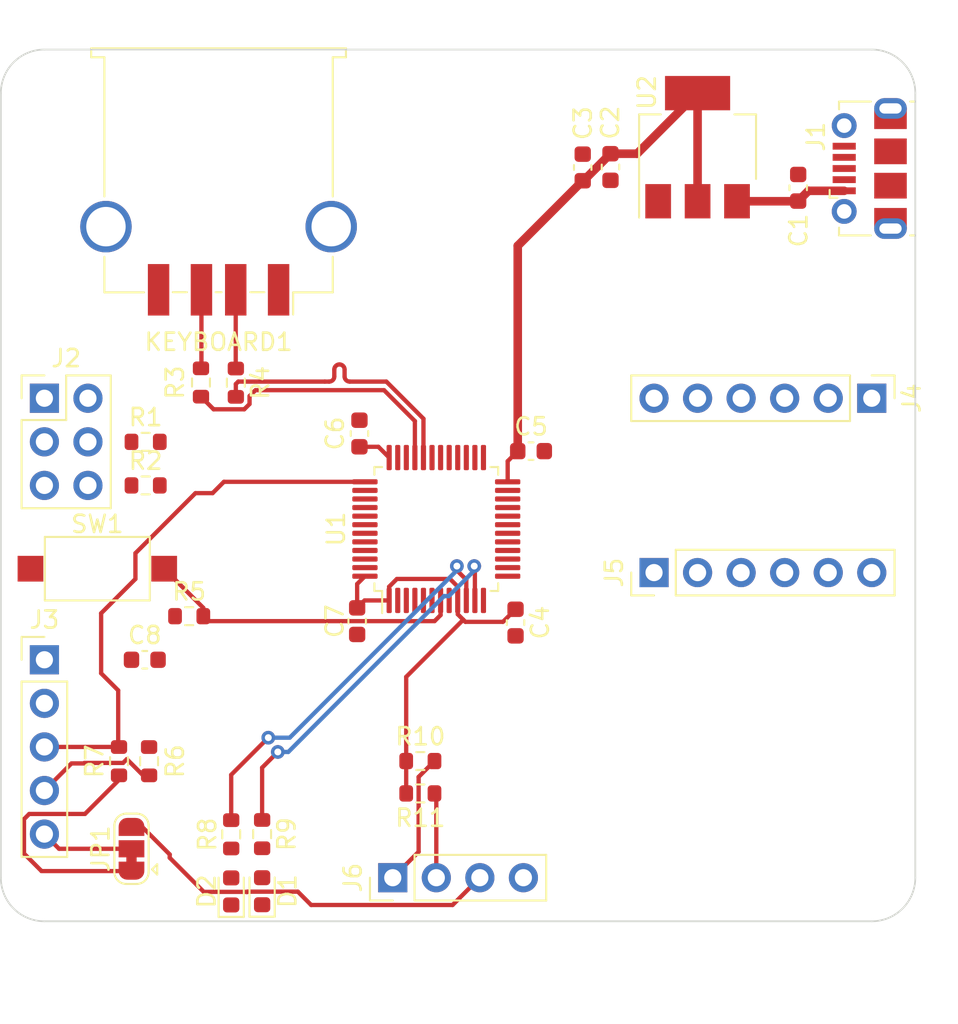
<source format=kicad_pcb>
(kicad_pcb (version 20221018) (generator pcbnew)
  (layers (0 "F.Cu" signal) (31 "B.Cu" signal) (34 "B.Paste" user) (35 "F.Paste" user) (36 "B.SilkS" user "B.Silkscreen") (37 "F.SilkS" user "F.Silkscreen") (38 "B.Mask" user) (39 "F.Mask" user) (44 "Edge.Cuts" user))
  (net 0 "")
  (net 1 "+5V")
  (net 2 "GND")
  (net 3 "+3.3V")
  (net 4 "RESET")
  (net 5 "Net-(D1-A)")
  (net 6 "Net-(D2-A)")
  (net 10 "Net-(J2-Pin_2)")
  (net 11 "Net-(J2-Pin_5)")
  (net 12 "SWCLK")
  (net 13 "SWDIO")
  (net 14 "Net-(J3-Pin_5)")
  (net 15 "MOSI")
  (net 16 "SCLK")
  (net 17 "SCN")
  (net 18 "INT")
  (net 19 "MISO")
  (net 20 "ETH_RST")
  (net 22 "SDA")
  (net 23 "SCL")
  (net 24 "Net-(KEYBOARD1-D-)")
  (net 25 "Net-(KEYBOARD1-D+)")
  (net 27 "BOOT0")
  (net 28 "BOOT1")
  (net 29 "PA12")
  (net 30 "PA11")
  (net 31 "LED1")
  (net 32 "LED2")
  (footprint "Jumper:SolderJumper-3_P1.3mm_Bridged12_RoundedPad1.0x1.5mm" (layer "F.Cu") (at 33.02 71.975074 90)
    (fp_text reference "JP1" (at 0 -1.8 90) (layer "F.SilkS"))
    (fp_text value "SolderJumper_3_Bridged12")
    (fp_poly (pts (xy -0.9 -0.3) (xy -0.4 -0.3) (xy -0.4 0.3) (xy -0.9 0.3)) (fill solid) (layer "F.Cu"))
    (fp_line (start -2.05 0.3) (end -2.05 -0.3) (stroke (width 0.12)) (layer "F.SilkS"))
    (fp_line (start -1.5 1.5) (end -0.9 1.5) (stroke (width 0.12)) (layer "F.SilkS"))
    (fp_line (start -1.4 -1) (end 1.4 -1) (stroke (width 0.12)) (layer "F.SilkS"))
    (fp_line (start -1.2 1.2) (end -1.5 1.5) (stroke (width 0.12)) (layer "F.SilkS"))
    (fp_line (start -1.2 1.2) (end -0.9 1.5) (stroke (width 0.12)) (layer "F.SilkS"))
    (fp_line (start 1.4 1) (end -1.4 1) (stroke (width 0.12)) (layer "F.SilkS"))
    (fp_line (start 2.05 -0.3) (end 2.05 0.3) (stroke (width 0.12)) (layer "F.SilkS"))
    (fp_arc (start -2.05 -0.3) (mid -1.844975 -0.794975) (end -1.35 -1) (stroke (width 0.12)) (layer "F.SilkS"))
    (fp_arc (start -1.35 1) (mid -1.844975 0.794975) (end -2.05 0.3) (stroke (width 0.12)) (layer "F.SilkS"))
    (fp_arc (start 1.35 -1) (mid 1.844975 -0.794975) (end 2.05 -0.3) (stroke (width 0.12)) (layer "F.SilkS"))
    (fp_arc (start 2.05 0.3) (mid 1.844975 0.794975) (end 1.35 1) (stroke (width 0.12)) (layer "F.SilkS"))
    (pad "1" smd custom (at -1.3 0 90) (size 1 0.5) (layers "F.Cu" "F.Mask") (net 3 "+3.3V") (options (clearance outline) (anchor rect)) (primitives (gr_circle (center 0 0.25) (end 0.5 0.25) (width 0) (fill yes)) (gr_circle (center 0 -0.25) (end 0.5 -0.25) (width 0) (fill yes)) (gr_poly (pts (xy 0.55 0.75) (xy 0 0.75) (xy 0 -0.75) (xy 0.55 -0.75)) (width 0) (fill yes))))
    (pad "2" smd rect (at 0 0 90) (size 1 1.5) (layers "F.Cu" "F.Mask") (net 14 "Net-(J3-Pin_5)"))
    (pad "3" smd custom (at 1.3 0 90) (size 1 0.5) (layers "F.Cu" "F.Mask") (net 1 "+5V") (options (clearance outline) (anchor rect)) (primitives (gr_circle (center 0 0.25) (end 0.5 0.25) (width 0) (fill yes)) (gr_circle (center 0 -0.25) (end 0.5 -0.25) (width 0) (fill yes)) (gr_poly (pts (xy 0 0.75) (xy -0.55 0.75) (xy -0.55 -0.75) (xy 0 -0.75)) (width 0) (fill yes))))
  )
  (footprint "Capacitor_SMD:C_0603_1608Metric" (layer "F.Cu") (at 46.317334 47.773979 90)
    (fp_text reference "C6" (at 0 -1.43 90) (layer "F.SilkS"))
    (fp_text value "100n")
    (fp_line (start -0.14058 -0.51) (end 0.14058 -0.51) (stroke (width 0.12)) (layer "F.SilkS"))
    (fp_line (start -0.14058 0.51) (end 0.14058 0.51) (stroke (width 0.12)) (layer "F.SilkS"))
    (pad "1" smd roundrect (at -0.775 0 90) (size 0.9 0.95) (layers "F.Cu" "F.Paste" "F.Mask") (net 3 "+3.3V"))
    (pad "2" smd roundrect (at 0.775 0 90) (size 0.9 0.95) (layers "F.Cu" "F.Paste" "F.Mask") (net 2 "GND"))
  )
  (footprint "Resistor_SMD:R_0603_1608Metric" (layer "F.Cu") (at 33.845 48.26)
    (fp_text reference "R1" (at 0 -1.43) (layer "F.SilkS"))
    (fp_text value "100k")
    (fp_line (start -0.237258 -0.5225) (end 0.237258 -0.5225) (stroke (width 0.12)) (layer "F.SilkS"))
    (fp_line (start -0.237258 0.5225) (end 0.237258 0.5225) (stroke (width 0.12)) (layer "F.SilkS"))
    (pad "1" smd roundrect (at -0.825 0) (size 0.8 0.95) (layers "F.Cu" "F.Paste" "F.Mask") (net 27 "BOOT0"))
    (pad "2" smd roundrect (at 0.825 0) (size 0.8 0.95) (layers "F.Cu" "F.Paste" "F.Mask") (net 10 "Net-(J2-Pin_2)"))
  )
  (footprint "Package_TO_SOT_SMD:SOT-223-3_TabPin2" (layer "F.Cu") (at 66.04 31.09 90)
    (fp_text reference "U2" (at 3.192831 -2.95683 270) (layer "F.SilkS"))
    (fp_text value "LM317_SOT-223-3.3V")
    (fp_line (start -4.1 -3.41) (end 1.91 -3.41) (stroke (width 0.12)) (layer "F.SilkS"))
    (fp_line (start -1.85 3.41) (end 1.91 3.41) (stroke (width 0.12)) (layer "F.SilkS"))
    (fp_line (start 1.91 -3.41) (end 1.91 -2.15) (stroke (width 0.12)) (layer "F.SilkS"))
    (fp_line (start 1.91 3.41) (end 1.91 2.15) (stroke (width 0.12)) (layer "F.SilkS"))
    (pad "1" smd rect (at -3.15 -2.3 90) (size 2 1.5) (layers "F.Cu" "F.Paste" "F.Mask") (net 2 "GND"))
    (pad "2" smd rect (at -3.15 0 90) (size 2 1.5) (layers "F.Cu" "F.Paste" "F.Mask") (net 3 "+3.3V"))
    (pad "2" smd rect (at 3.15 0 90) (size 2 3.8) (layers "F.Cu" "F.Paste" "F.Mask") (net 3 "+3.3V"))
    (pad "3" smd rect (at -3.15 2.3 90) (size 2 1.5) (layers "F.Cu" "F.Paste" "F.Mask") (net 1 "+5V"))
  )
  (footprint "Capacitor_SMD:C_0603_1608Metric" (layer "F.Cu") (at 71.908127 33.454415 90)
    (fp_text reference "C1" (at -2.489953 0.020741 90) (layer "F.SilkS"))
    (fp_text value "C_Small")
    (fp_line (start -0.14058 -0.51) (end 0.14058 -0.51) (stroke (width 0.12)) (layer "F.SilkS"))
    (fp_line (start -0.14058 0.51) (end 0.14058 0.51) (stroke (width 0.12)) (layer "F.SilkS"))
    (pad "1" smd roundrect (at -0.775 0 90) (size 0.9 0.95) (layers "F.Cu" "F.Paste" "F.Mask") (net 1 "+5V"))
    (pad "2" smd roundrect (at 0.775 0 90) (size 0.9 0.95) (layers "F.Cu" "F.Paste" "F.Mask") (net 2 "GND"))
  )
  (footprint "Connector_PinHeader_2.54mm:PinHeader_1x04_P2.54mm_Vertical" (layer "F.Cu") (at 48.26 73.66 90)
    (fp_text reference "J6" (at 0 -2.33 90) (layer "F.SilkS"))
    (fp_text value "Conn_01x04")
    (fp_line (start -1.33 -1.33) (end 0 -1.33) (stroke (width 0.12)) (layer "F.SilkS"))
    (fp_line (start -1.33 0) (end -1.33 -1.33) (stroke (width 0.12)) (layer "F.SilkS"))
    (fp_line (start -1.33 1.27) (end -1.33 8.95) (stroke (width 0.12)) (layer "F.SilkS"))
    (fp_line (start -1.33 1.27) (end 1.33 1.27) (stroke (width 0.12)) (layer "F.SilkS"))
    (fp_line (start -1.33 8.95) (end 1.33 8.95) (stroke (width 0.12)) (layer "F.SilkS"))
    (fp_line (start 1.33 1.27) (end 1.33 8.95) (stroke (width 0.12)) (layer "F.SilkS"))
    (pad "1" thru_hole rect (at 0 0 90) (size 1.7 1.7) (drill 1) (layers "*.Cu" "*.Mask") (net 22 "SDA"))
    (pad "2" thru_hole oval (at 0 2.54 90) (size 1.7 1.7) (drill 1) (layers "*.Cu" "*.Mask") (net 23 "SCL"))
    (pad "3" thru_hole oval (at 0 5.08 90) (size 1.7 1.7) (drill 1) (layers "*.Cu" "*.Mask") (net 1 "+5V"))
    (pad "4" thru_hole oval (at 0 7.62 90) (size 1.7 1.7) (drill 1) (layers "*.Cu" "*.Mask") (net 2 "GND"))
  )
  (footprint "Connector_USB:USB_Micro-B_Molex-105017-0001" (layer "F.Cu") (at 76.055134 32.332256 90)
    (fp_text reference "J1" (at 1.852256 -3.1125 90) (layer "F.SilkS"))
    (fp_text value "USB_A")
    (fp_line (start -3.9 -1.7625) (end -3.45 -1.7625) (stroke (width 0.12)) (layer "F.SilkS"))
    (fp_line (start -3.9 0.0875) (end -3.9 -1.7625) (stroke (width 0.12)) (layer "F.SilkS"))
    (fp_line (start -3.9 2.6375) (end -3.9 2.3875) (stroke (width 0.12)) (layer "F.SilkS"))
    (fp_line (start -1.7 -2.3125) (end -1.7 -1.8625) (stroke (width 0.12)) (layer "F.SilkS"))
    (fp_line (start -1.7 -2.3125) (end -1.25 -2.3125) (stroke (width 0.12)) (layer "F.SilkS"))
    (fp_line (start 3.9 -1.7625) (end 3.45 -1.7625) (stroke (width 0.12)) (layer "F.SilkS"))
    (fp_line (start 3.9 0.0875) (end 3.9 -1.7625) (stroke (width 0.12)) (layer "F.SilkS"))
    (fp_line (start 3.9 2.6375) (end 3.9 2.3875) (stroke (width 0.12)) (layer "F.SilkS"))
    (pad "1" smd rect (at -1.3 -1.4625 90) (size 0.4 1.35) (layers "F.Cu" "F.Paste" "F.Mask") (net 1 "+5V"))
    (pad "2" smd rect (at -0.65 -1.4625 90) (size 0.4 1.35) (layers "F.Cu" "F.Paste" "F.Mask"))
    (pad "3" smd rect (at 0 -1.4625 90) (size 0.4 1.35) (layers "F.Cu" "F.Paste" "F.Mask"))
    (pad "4" smd rect (at 0.65 -1.4625 90) (size 0.4 1.35) (layers "F.Cu" "F.Paste" "F.Mask") (net 2 "GND"))
    (pad "5" smd rect (at 1.3 -1.4625 90) (size 0.4 1.35) (layers "F.Cu" "F.Paste" "F.Mask"))
    (pad "6" thru_hole oval (at -3.5 1.2375 270) (size 1.2 1.9) (drill oval 0.6 1.3) (layers "*.Cu" "*.Mask"))
    (pad "6" smd rect (at -2.9 1.2375 90) (size 1.2 1.9) (layers "F.Cu" "F.Mask"))
    (pad "6" thru_hole circle (at -2.5 -1.4625 90) (size 1.45 1.45) (drill 0.85) (layers "*.Cu" "*.Mask"))
    (pad "6" smd rect (at -1 1.2375 90) (size 1.5 1.9) (layers "F.Cu" "F.Paste" "F.Mask"))
    (pad "6" smd rect (at 1 1.2375 90) (size 1.5 1.9) (layers "F.Cu" "F.Paste" "F.Mask"))
    (pad "6" thru_hole circle (at 2.5 -1.4625 90) (size 1.45 1.45) (drill 0.85) (layers "*.Cu" "*.Mask"))
    (pad "6" smd rect (at 2.9 1.2375 90) (size 1.2 1.9) (layers "F.Cu" "F.Mask"))
    (pad "6" thru_hole oval (at 3.5 1.2375 90) (size 1.2 1.9) (drill oval 0.6 1.3) (layers "*.Cu" "*.Mask"))
  )
  (footprint "Connector_PinHeader_2.54mm:PinHeader_2x03_P2.54mm_Vertical" (layer "F.Cu") (at 27.94 45.72)
    (fp_text reference "J2" (at 1.27 -2.33) (layer "F.SilkS"))
    (fp_text value "BOOT")
    (fp_line (start -1.33 -1.33) (end 0 -1.33) (stroke (width 0.12)) (layer "F.SilkS"))
    (fp_line (start -1.33 0) (end -1.33 -1.33) (stroke (width 0.12)) (layer "F.SilkS"))
    (fp_line (start -1.33 1.27) (end -1.33 6.41) (stroke (width 0.12)) (layer "F.SilkS"))
    (fp_line (start -1.33 1.27) (end 1.27 1.27) (stroke (width 0.12)) (layer "F.SilkS"))
    (fp_line (start -1.33 6.41) (end 3.87 6.41) (stroke (width 0.12)) (layer "F.SilkS"))
    (fp_line (start 1.27 -1.33) (end 3.87 -1.33) (stroke (width 0.12)) (layer "F.SilkS"))
    (fp_line (start 1.27 1.27) (end 1.27 -1.33) (stroke (width 0.12)) (layer "F.SilkS"))
    (fp_line (start 3.87 -1.33) (end 3.87 6.41) (stroke (width 0.12)) (layer "F.SilkS"))
    (pad "1" thru_hole rect (at 0 0) (size 1.7 1.7) (drill 1) (layers "*.Cu" "*.Mask") (net 3 "+3.3V"))
    (pad "2" thru_hole oval (at 2.54 0) (size 1.7 1.7) (drill 1) (layers "*.Cu" "*.Mask") (net 10 "Net-(J2-Pin_2)"))
    (pad "3" thru_hole oval (at 0 2.54) (size 1.7 1.7) (drill 1) (layers "*.Cu" "*.Mask") (net 2 "GND"))
    (pad "4" thru_hole oval (at 2.54 2.54) (size 1.7 1.7) (drill 1) (layers "*.Cu" "*.Mask") (net 3 "+3.3V"))
    (pad "5" thru_hole oval (at 0 5.08) (size 1.7 1.7) (drill 1) (layers "*.Cu" "*.Mask") (net 11 "Net-(J2-Pin_5)"))
    (pad "6" thru_hole oval (at 2.54 5.08) (size 1.7 1.7) (drill 1) (layers "*.Cu" "*.Mask") (net 2 "GND"))
  )
  (footprint "Capacitor_SMD:C_0603_1608Metric" (layer "F.Cu") (at 33.795 60.96)
    (fp_text reference "C8" (at 0 -1.43) (layer "F.SilkS"))
    (fp_text value "1u")
    (fp_line (start -0.14058 -0.51) (end 0.14058 -0.51) (stroke (width 0.12)) (layer "F.SilkS"))
    (fp_line (start -0.14058 0.51) (end 0.14058 0.51) (stroke (width 0.12)) (layer "F.SilkS"))
    (pad "1" smd roundrect (at -0.775 0) (size 0.9 0.95) (layers "F.Cu" "F.Paste" "F.Mask") (net 4 "RESET"))
    (pad "2" smd roundrect (at 0.775 0) (size 0.9 0.95) (layers "F.Cu" "F.Paste" "F.Mask") (net 2 "GND"))
  )
  (footprint "Resistor_SMD:R_0603_1608Metric" (layer "F.Cu") (at 49.868716 66.861938)
    (fp_text reference "R10" (at 0 -1.43) (layer "F.SilkS"))
    (fp_text value "10k")
    (fp_line (start -0.237258 -0.5225) (end 0.237258 -0.5225) (stroke (width 0.12)) (layer "F.SilkS"))
    (fp_line (start -0.237258 0.5225) (end 0.237258 0.5225) (stroke (width 0.12)) (layer "F.SilkS"))
    (pad "1" smd roundrect (at -0.825 0) (size 0.8 0.95) (layers "F.Cu" "F.Paste" "F.Mask") (net 3 "+3.3V"))
    (pad "2" smd roundrect (at 0.825 0) (size 0.8 0.95) (layers "F.Cu" "F.Paste" "F.Mask") (net 22 "SDA"))
  )
  (footprint "Connector_USB:USB_A_TE_292303-7_Horizontal" (layer "F.Cu") (at 38.1 33.02 180)
    (fp_text reference "KEYBOARD1" (at 0 -9.42) (layer "F.SilkS"))
    (fp_text value "USB_A")
    (fp_line (start -7.43 7.17) (end -7.43 7.69) (stroke (width 0.12)) (layer "F.SilkS"))
    (fp_line (start -7.43 7.69) (end 7.43 7.69) (stroke (width 0.12)) (layer "F.SilkS"))
    (fp_line (start -6.66 -6.53) (end -6.66 -4.46) (stroke (width 0.12)) (layer "F.SilkS"))
    (fp_line (start -6.66 -6.53) (end -4.35 -6.53) (stroke (width 0.12)) (layer "F.SilkS"))
    (fp_line (start -6.66 7.17) (end -7.43 7.17) (stroke (width 0.12)) (layer "F.SilkS"))
    (fp_line (start -6.66 7.17) (end -6.66 -0.94) (stroke (width 0.12)) (layer "F.SilkS"))
    (fp_line (start -4.35 -7.82) (end -4.35 -6.53) (stroke (width 0.12)) (layer "F.SilkS"))
    (fp_line (start -2.67 -6.52) (end -1.85 -6.52) (stroke (width 0.12)) (layer "F.SilkS"))
    (fp_line (start -0.17 -6.52) (end 0.17 -6.52) (stroke (width 0.12)) (layer "F.SilkS"))
    (fp_line (start 1.85 -6.52) (end 2.67 -6.52) (stroke (width 0.12)) (layer "F.SilkS"))
    (fp_line (start 4.35 -6.53) (end 6.66 -6.53) (stroke (width 0.12)) (layer "F.SilkS"))
    (fp_line (start 6.66 -6.53) (end 6.66 -4.46) (stroke (width 0.12)) (layer "F.SilkS"))
    (fp_line (start 6.66 -0.94) (end 6.66 7.17) (stroke (width 0.12)) (layer "F.SilkS"))
    (fp_line (start 7.43 7.17) (end 6.66 7.17) (stroke (width 0.12)) (layer "F.SilkS"))
    (fp_line (start 7.43 7.69) (end 7.43 7.17) (stroke (width 0.12)) (layer "F.SilkS"))
    (pad "1" smd rect (at -3.5 -6.38 180) (size 1.25 3) (layers "F.Cu" "F.Paste" "F.Mask") (net 1 "+5V"))
    (pad "2" smd rect (at -1 -6.38 180) (size 1.25 3) (layers "F.Cu" "F.Paste" "F.Mask") (net 24 "Net-(KEYBOARD1-D-)"))
    (pad "3" smd rect (at 1 -6.38 180) (size 1.25 3) (layers "F.Cu" "F.Paste" "F.Mask") (net 25 "Net-(KEYBOARD1-D+)"))
    (pad "4" smd rect (at 3.5 -6.38 180) (size 1.25 3) (layers "F.Cu" "F.Paste" "F.Mask") (net 2 "GND"))
    (pad "5" thru_hole circle (at -6.57 -2.7 180) (size 3 3) (drill 2.3) (layers "*.Cu" "*.Mask"))
    (pad "5" thru_hole circle (at 6.57 -2.7 180) (size 3 3) (drill 2.3) (layers "*.Cu" "*.Mask"))
  )
  (footprint "Connector_PinHeader_2.54mm:PinHeader_1x06_P2.54mm_Vertical" (layer "F.Cu") (at 63.5 55.88 90)
    (fp_text reference "J5" (at 0 -2.33 90) (layer "F.SilkS"))
    (fp_text value "USR_RIGHT")
    (fp_line (start -1.33 -1.33) (end 0 -1.33) (stroke (width 0.12)) (layer "F.SilkS"))
    (fp_line (start -1.33 0) (end -1.33 -1.33) (stroke (width 0.12)) (layer "F.SilkS"))
    (fp_line (start -1.33 1.27) (end -1.33 14.03) (stroke (width 0.12)) (layer "F.SilkS"))
    (fp_line (start -1.33 1.27) (end 1.33 1.27) (stroke (width 0.12)) (layer "F.SilkS"))
    (fp_line (start -1.33 14.03) (end 1.33 14.03) (stroke (width 0.12)) (layer "F.SilkS"))
    (fp_line (start 1.33 1.27) (end 1.33 14.03) (stroke (width 0.12)) (layer "F.SilkS"))
    (pad "1" thru_hole rect (at 0 0 90) (size 1.7 1.7) (drill 1) (layers "*.Cu" "*.Mask") (net 19 "MISO"))
    (pad "2" thru_hole oval (at 0 2.54 90) (size 1.7 1.7) (drill 1) (layers "*.Cu" "*.Mask") (net 20 "ETH_RST"))
    (pad "3" thru_hole oval (at 0 5.08 90) (size 1.7 1.7) (drill 1) (layers "*.Cu" "*.Mask"))
    (pad "4" thru_hole oval (at 0 7.62 90) (size 1.7 1.7) (drill 1) (layers "*.Cu" "*.Mask") (net 3 "+3.3V"))
    (pad "5" thru_hole oval (at 0 10.16 90) (size 1.7 1.7) (drill 1) (layers "*.Cu" "*.Mask") (net 3 "+3.3V"))
    (pad "6" thru_hole oval (at 0 12.7 90) (size 1.7 1.7) (drill 1) (layers "*.Cu" "*.Mask") (net 2 "GND"))
  )
  (footprint "Resistor_SMD:R_0603_1608Metric" (layer "F.Cu") (at 33.845 50.8)
    (fp_text reference "R2" (at 0 -1.43) (layer "F.SilkS"))
    (fp_text value "100k")
    (fp_line (start -0.237258 -0.5225) (end 0.237258 -0.5225) (stroke (width 0.12)) (layer "F.SilkS"))
    (fp_line (start -0.237258 0.5225) (end 0.237258 0.5225) (stroke (width 0.12)) (layer "F.SilkS"))
    (pad "1" smd roundrect (at -0.825 0) (size 0.8 0.95) (layers "F.Cu" "F.Paste" "F.Mask") (net 11 "Net-(J2-Pin_5)"))
    (pad "2" smd roundrect (at 0.825 0) (size 0.8 0.95) (layers "F.Cu" "F.Paste" "F.Mask") (net 28 "BOOT1"))
  )
  (footprint "Resistor_SMD:R_0603_1608Metric" (layer "F.Cu") (at 36.385 58.42)
    (fp_text reference "R5" (at 0 -1.43) (layer "F.SilkS"))
    (fp_text value "10k")
    (fp_line (start -0.237258 -0.5225) (end 0.237258 -0.5225) (stroke (width 0.12)) (layer "F.SilkS"))
    (fp_line (start -0.237258 0.5225) (end 0.237258 0.5225) (stroke (width 0.12)) (layer "F.SilkS"))
    (pad "1" smd roundrect (at -0.825 0) (size 0.8 0.95) (layers "F.Cu" "F.Paste" "F.Mask") (net 3 "+3.3V"))
    (pad "2" smd roundrect (at 0.825 0) (size 0.8 0.95) (layers "F.Cu" "F.Paste" "F.Mask") (net 4 "RESET"))
  )
  (footprint "Connector_PinHeader_2.54mm:PinHeader_1x05_P2.54mm_Vertical" (layer "F.Cu") (at 27.94 60.96)
    (fp_text reference "J3" (at 0 -2.33) (layer "F.SilkS"))
    (fp_text value "SWD")
    (fp_line (start -1.33 -1.33) (end 0 -1.33) (stroke (width 0.12)) (layer "F.SilkS"))
    (fp_line (start -1.33 0) (end -1.33 -1.33) (stroke (width 0.12)) (layer "F.SilkS"))
    (fp_line (start -1.33 1.27) (end -1.33 11.49) (stroke (width 0.12)) (layer "F.SilkS"))
    (fp_line (start -1.33 1.27) (end 1.33 1.27) (stroke (width 0.12)) (layer "F.SilkS"))
    (fp_line (start -1.33 11.49) (end 1.33 11.49) (stroke (width 0.12)) (layer "F.SilkS"))
    (fp_line (start 1.33 1.27) (end 1.33 11.49) (stroke (width 0.12)) (layer "F.SilkS"))
    (pad "1" thru_hole rect (at 0 0) (size 1.7 1.7) (drill 1) (layers "*.Cu" "*.Mask") (net 2 "GND"))
    (pad "2" thru_hole oval (at 0 2.54) (size 1.7 1.7) (drill 1) (layers "*.Cu" "*.Mask") (net 4 "RESET"))
    (pad "3" thru_hole oval (at 0 5.08) (size 1.7 1.7) (drill 1) (layers "*.Cu" "*.Mask") (net 12 "SWCLK"))
    (pad "4" thru_hole oval (at 0 7.62) (size 1.7 1.7) (drill 1) (layers "*.Cu" "*.Mask") (net 13 "SWDIO"))
    (pad "5" thru_hole oval (at 0 10.16) (size 1.7 1.7) (drill 1) (layers "*.Cu" "*.Mask") (net 14 "Net-(J3-Pin_5)"))
  )
  (footprint "Resistor_SMD:R_0603_1608Metric" (layer "F.Cu") (at 32.291392 66.870958 90)
    (fp_text reference "R7" (at 0 -1.43 90) (layer "F.SilkS"))
    (fp_text value "10k")
    (fp_line (start -0.237258 -0.5225) (end 0.237258 -0.5225) (stroke (width 0.12)) (layer "F.SilkS"))
    (fp_line (start -0.237258 0.5225) (end 0.237258 0.5225) (stroke (width 0.12)) (layer "F.SilkS"))
    (pad "1" smd roundrect (at -0.825 0 90) (size 0.8 0.95) (layers "F.Cu" "F.Paste" "F.Mask") (net 3 "+3.3V"))
    (pad "2" smd roundrect (at 0.825 0 90) (size 0.8 0.95) (layers "F.Cu" "F.Paste" "F.Mask") (net 12 "SWCLK"))
  )
  (footprint "Resistor_SMD:R_0603_1608Metric" (layer "F.Cu") (at 40.64 71.12 -90)
    (fp_text reference "R9" (at 0 -1.43 90) (layer "F.SilkS"))
    (fp_text value "10k")
    (fp_line (start -0.237258 -0.5225) (end 0.237258 -0.5225) (stroke (width 0.12)) (layer "F.SilkS"))
    (fp_line (start -0.237258 0.5225) (end 0.237258 0.5225) (stroke (width 0.12)) (layer "F.SilkS"))
    (pad "1" smd roundrect (at -0.825 0 270) (size 0.8 0.95) (layers "F.Cu" "F.Paste" "F.Mask") (net 32 "LED2"))
    (pad "2" smd roundrect (at 0.825 0 270) (size 0.8 0.95) (layers "F.Cu" "F.Paste" "F.Mask") (net 5 "Net-(D1-A)"))
  )
  (footprint "Resistor_SMD:R_0603_1608Metric" (layer "F.Cu") (at 39.105899 44.813192 -90)
    (fp_text reference "R4" (at 0 -1.43 90) (layer "F.SilkS"))
    (fp_text value "22")
    (fp_line (start -0.237258 -0.5225) (end 0.237258 -0.5225) (stroke (width 0.12)) (layer "F.SilkS"))
    (fp_line (start -0.237258 0.5225) (end 0.237258 0.5225) (stroke (width 0.12)) (layer "F.SilkS"))
    (pad "1" smd roundrect (at -0.825 0 270) (size 0.8 0.95) (layers "F.Cu" "F.Paste" "F.Mask") (net 24 "Net-(KEYBOARD1-D-)"))
    (pad "2" smd roundrect (at 0.825 0 270) (size 0.8 0.95) (layers "F.Cu" "F.Paste" "F.Mask") (net 30 "PA11"))
  )
  (footprint "Connector_PinHeader_2.54mm:PinHeader_1x06_P2.54mm_Vertical" (layer "F.Cu") (at 76.2 45.72 -90)
    (fp_text reference "J4" (at 0 -2.33 90) (layer "F.SilkS"))
    (fp_text value "USR_LEFT")
    (fp_line (start -1.33 -1.33) (end 0 -1.33) (stroke (width 0.12)) (layer "F.SilkS"))
    (fp_line (start -1.33 0) (end -1.33 -1.33) (stroke (width 0.12)) (layer "F.SilkS"))
    (fp_line (start -1.33 1.27) (end -1.33 14.03) (stroke (width 0.12)) (layer "F.SilkS"))
    (fp_line (start -1.33 1.27) (end 1.33 1.27) (stroke (width 0.12)) (layer "F.SilkS"))
    (fp_line (start -1.33 14.03) (end 1.33 14.03) (stroke (width 0.12)) (layer "F.SilkS"))
    (fp_line (start 1.33 1.27) (end 1.33 14.03) (stroke (width 0.12)) (layer "F.SilkS"))
    (pad "1" thru_hole rect (at 0 0 270) (size 1.7 1.7) (drill 1) (layers "*.Cu" "*.Mask") (net 2 "GND"))
    (pad "2" thru_hole oval (at 0 2.54 270) (size 1.7 1.7) (drill 1) (layers "*.Cu" "*.Mask") (net 2 "GND"))
    (pad "3" thru_hole oval (at 0 5.08 270) (size 1.7 1.7) (drill 1) (layers "*.Cu" "*.Mask") (net 15 "MOSI"))
    (pad "4" thru_hole oval (at 0 7.62 270) (size 1.7 1.7) (drill 1) (layers "*.Cu" "*.Mask") (net 16 "SCLK"))
    (pad "5" thru_hole oval (at 0 10.16 270) (size 1.7 1.7) (drill 1) (layers "*.Cu" "*.Mask") (net 17 "SCN"))
    (pad "6" thru_hole oval (at 0 12.7 270) (size 1.7 1.7) (drill 1) (layers "*.Cu" "*.Mask") (net 18 "INT"))
  )
  (footprint "Capacitor_SMD:C_0603_1608Metric" (layer "F.Cu") (at 56.32454 48.802026)
    (fp_text reference "C5" (at 0 -1.43) (layer "F.SilkS"))
    (fp_text value "100n")
    (fp_line (start -0.14058 -0.51) (end 0.14058 -0.51) (stroke (width 0.12)) (layer "F.SilkS"))
    (fp_line (start -0.14058 0.51) (end 0.14058 0.51) (stroke (width 0.12)) (layer "F.SilkS"))
    (pad "1" smd roundrect (at -0.775 0) (size 0.9 0.95) (layers "F.Cu" "F.Paste" "F.Mask") (net 3 "+3.3V"))
    (pad "2" smd roundrect (at 0.775 0) (size 0.9 0.95) (layers "F.Cu" "F.Paste" "F.Mask") (net 2 "GND"))
  )
  (footprint "Diode_SMD:D_0603_1608Metric" (layer "F.Cu") (at 40.64 74.4475 90)
    (fp_text reference "D1" (at 0.008392 1.482249 90) (layer "F.SilkS"))
    (fp_text value "LED")
    (fp_line (start -1.485 -0.735) (end -1.485 0.735) (stroke (width 0.12)) (layer "F.SilkS"))
    (fp_line (start -1.485 0.735) (end 0.8 0.735) (stroke (width 0.12)) (layer "F.SilkS"))
    (fp_line (start 0.8 -0.735) (end -1.485 -0.735) (stroke (width 0.12)) (layer "F.SilkS"))
    (pad "1" smd roundrect (at -0.7875 0 90) (size 0.875 0.95) (layers "F.Cu" "F.Paste" "F.Mask") (net 2 "GND"))
    (pad "2" smd roundrect (at 0.7875 0 90) (size 0.875 0.95) (layers "F.Cu" "F.Paste" "F.Mask") (net 5 "Net-(D1-A)"))
  )
  (footprint "Capacitor_SMD:C_0603_1608Metric" (layer "F.Cu") (at 60.96 32.245 -90)
    (fp_text reference "C2" (at -2.584914 0.013071 90) (layer "F.SilkS"))
    (fp_text value "C_Small")
    (fp_line (start -0.14058 -0.51) (end 0.14058 -0.51) (stroke (width 0.12)) (layer "F.SilkS"))
    (fp_line (start -0.14058 0.51) (end 0.14058 0.51) (stroke (width 0.12)) (layer "F.SilkS"))
    (pad "1" smd roundrect (at -0.775 0 270) (size 0.9 0.95) (layers "F.Cu" "F.Paste" "F.Mask") (net 3 "+3.3V"))
    (pad "2" smd roundrect (at 0.775 0 270) (size 0.9 0.95) (layers "F.Cu" "F.Paste" "F.Mask") (net 2 "GND"))
  )
  (footprint "Diode_SMD:D_0603_1608Metric" (layer "F.Cu") (at 38.836277 74.45922 90)
    (fp_text reference "D2" (at 0 -1.43 90) (layer "F.SilkS"))
    (fp_text value "LED")
    (fp_line (start -1.485 -0.735) (end -1.485 0.735) (stroke (width 0.12)) (layer "F.SilkS"))
    (fp_line (start -1.485 0.735) (end 0.8 0.735) (stroke (width 0.12)) (layer "F.SilkS"))
    (fp_line (start 0.8 -0.735) (end -1.485 -0.735) (stroke (width 0.12)) (layer "F.SilkS"))
    (pad "1" smd roundrect (at -0.7875 0 90) (size 0.875 0.95) (layers "F.Cu" "F.Paste" "F.Mask") (net 2 "GND"))
    (pad "2" smd roundrect (at 0.7875 0 90) (size 0.875 0.95) (layers "F.Cu" "F.Paste" "F.Mask") (net 6 "Net-(D2-A)"))
  )
  (footprint "Capacitor_SMD:C_0603_1608Metric" (layer "F.Cu") (at 46.183197 58.709663 -90)
    (fp_text reference "C7" (at 0.000699 1.306633 90) (layer "F.SilkS"))
    (fp_text value "100n")
    (fp_line (start -0.14058 -0.51) (end 0.14058 -0.51) (stroke (width 0.12)) (layer "F.SilkS"))
    (fp_line (start -0.14058 0.51) (end 0.14058 0.51) (stroke (width 0.12)) (layer "F.SilkS"))
    (pad "1" smd roundrect (at -0.775 0 270) (size 0.9 0.95) (layers "F.Cu" "F.Paste" "F.Mask") (net 3 "+3.3V"))
    (pad "2" smd roundrect (at 0.775 0 270) (size 0.9 0.95) (layers "F.Cu" "F.Paste" "F.Mask") (net 2 "GND"))
  )
  (footprint "Capacitor_SMD:C_0603_1608Metric" (layer "F.Cu") (at 59.339563 32.270594 90)
    (fp_text reference "C3" (at 2.579397 0.01037 90) (layer "F.SilkS"))
    (fp_text value "C_Small")
    (fp_line (start -0.14058 -0.51) (end 0.14058 -0.51) (stroke (width 0.12)) (layer "F.SilkS"))
    (fp_line (start -0.14058 0.51) (end 0.14058 0.51) (stroke (width 0.12)) (layer "F.SilkS"))
    (pad "1" smd roundrect (at -0.775 0 90) (size 0.9 0.95) (layers "F.Cu" "F.Paste" "F.Mask") (net 3 "+3.3V"))
    (pad "2" smd roundrect (at 0.775 0 90) (size 0.9 0.95) (layers "F.Cu" "F.Paste" "F.Mask") (net 2 "GND"))
  )
  (footprint "Resistor_SMD:R_0603_1608Metric" (layer "F.Cu") (at 49.868716 68.749297 180)
    (fp_text reference "R11" (at 0 -1.43) (layer "F.SilkS"))
    (fp_text value "10k")
    (fp_line (start -0.237258 -0.5225) (end 0.237258 -0.5225) (stroke (width 0.12)) (layer "F.SilkS"))
    (fp_line (start -0.237258 0.5225) (end 0.237258 0.5225) (stroke (width 0.12)) (layer "F.SilkS"))
    (pad "1" smd roundrect (at -0.825 0 180) (size 0.8 0.95) (layers "F.Cu" "F.Paste" "F.Mask") (net 23 "SCL"))
    (pad "2" smd roundrect (at 0.825 0 180) (size 0.8 0.95) (layers "F.Cu" "F.Paste" "F.Mask") (net 3 "+3.3V"))
  )
  (footprint "Button_Switch_SMD:SW_SPST_CK_RS282G05A3" (layer "F.Cu") (at 31.027373 55.653666)
    (fp_text reference "SW1" (at 0 -2.6) (layer "F.SilkS"))
    (fp_text value "SW_Push")
    (fp_line (start -3.06 -1.85) (end 3.06 -1.85) (stroke (width 0.12)) (layer "F.SilkS"))
    (fp_line (start -3.06 1.85) (end -3.06 -1.85) (stroke (width 0.12)) (layer "F.SilkS"))
    (fp_line (start 3.06 -1.85) (end 3.06 1.85) (stroke (width 0.12)) (layer "F.SilkS"))
    (fp_line (start 3.06 1.85) (end -3.06 1.85) (stroke (width 0.12)) (layer "F.SilkS"))
    (pad "1" smd rect (at -3.9 0) (size 1.5 1.5) (layers "F.Cu" "F.Paste" "F.Mask") (net 2 "GND"))
    (pad "2" smd rect (at 3.9 0) (size 1.5 1.5) (layers "F.Cu" "F.Paste" "F.Mask") (net 4 "RESET"))
  )
  (footprint "Package_QFP:LQFP-48_7x7mm_P0.5mm" (layer "F.Cu") (at 50.8 53.34 90)
    (fp_text reference "U1" (at 0 -5.85 90) (layer "F.SilkS"))
    (fp_text value "STM32F103C8Tx")
    (fp_line (start -3.61 -3.61) (end -3.61 -3.16) (stroke (width 0.12)) (layer "F.SilkS"))
    (fp_line (start -3.61 -3.16) (end -4.9 -3.16) (stroke (width 0.12)) (layer "F.SilkS"))
    (fp_line (start -3.61 3.61) (end -3.61 3.16) (stroke (width 0.12)) (layer "F.SilkS"))
    (fp_line (start -3.16 -3.61) (end -3.61 -3.61) (stroke (width 0.12)) (layer "F.SilkS"))
    (fp_line (start -3.16 3.61) (end -3.61 3.61) (stroke (width 0.12)) (layer "F.SilkS"))
    (fp_line (start 3.16 -3.61) (end 3.61 -3.61) (stroke (width 0.12)) (layer "F.SilkS"))
    (fp_line (start 3.16 3.61) (end 3.61 3.61) (stroke (width 0.12)) (layer "F.SilkS"))
    (fp_line (start 3.61 -3.61) (end 3.61 -3.16) (stroke (width 0.12)) (layer "F.SilkS"))
    (fp_line (start 3.61 3.61) (end 3.61 3.16) (stroke (width 0.12)) (layer "F.SilkS"))
    (pad "1" smd roundrect (at -4.1625 -2.75 90) (size 1.475 0.3) (layers "F.Cu" "F.Paste" "F.Mask") (net 3 "+3.3V"))
    (pad "2" smd roundrect (at -4.1625 -2.25 90) (size 1.475 0.3) (layers "F.Cu" "F.Paste" "F.Mask"))
    (pad "3" smd roundrect (at -4.1625 -1.75 90) (size 1.475 0.3) (layers "F.Cu" "F.Paste" "F.Mask"))
    (pad "4" smd roundrect (at -4.1625 -1.25 90) (size 1.475 0.3) (layers "F.Cu" "F.Paste" "F.Mask"))
    (pad "5" smd roundrect (at -4.1625 -0.75 90) (size 1.475 0.3) (layers "F.Cu" "F.Paste" "F.Mask"))
    (pad "6" smd roundrect (at -4.1625 -0.25 90) (size 1.475 0.3) (layers "F.Cu" "F.Paste" "F.Mask"))
    (pad "7" smd roundrect (at -4.1625 0.25 90) (size 1.475 0.3) (layers "F.Cu" "F.Paste" "F.Mask") (net 4 "RESET"))
    (pad "8" smd roundrect (at -4.1625 0.75 90) (size 1.475 0.3) (layers "F.Cu" "F.Paste" "F.Mask") (net 2 "GND"))
    (pad "9" smd roundrect (at -4.1625 1.25 90) (size 1.475 0.3) (layers "F.Cu" "F.Paste" "F.Mask") (net 3 "+3.3V"))
    (pad "10" smd roundrect (at -4.1625 1.75 90) (size 1.475 0.3) (layers "F.Cu" "F.Paste" "F.Mask") (net 31 "LED1"))
    (pad "11" smd roundrect (at -4.1625 2.25 90) (size 1.475 0.3) (layers "F.Cu" "F.Paste" "F.Mask") (net 32 "LED2"))
    (pad "12" smd roundrect (at -4.1625 2.75 90) (size 1.475 0.3) (layers "F.Cu" "F.Paste" "F.Mask"))
    (pad "13" smd roundrect (at -2.75 4.1625 90) (size 0.3 1.475) (layers "F.Cu" "F.Paste" "F.Mask"))
    (pad "14" smd roundrect (at -2.25 4.1625 90) (size 0.3 1.475) (layers "F.Cu" "F.Paste" "F.Mask"))
    (pad "15" smd roundrect (at -1.75 4.1625 90) (size 0.3 1.475) (layers "F.Cu" "F.Paste" "F.Mask") (net 16 "SCLK"))
    (pad "16" smd roundrect (at -1.25 4.1625 90) (size 0.3 1.475) (layers "F.Cu" "F.Paste" "F.Mask") (net 19 "MISO"))
    (pad "17" smd roundrect (at -0.75 4.1625 90) (size 0.3 1.475) (layers "F.Cu" "F.Paste" "F.Mask") (net 15 "MOSI"))
    (pad "18" smd roundrect (at -0.25 4.1625 90) (size 0.3 1.475) (layers "F.Cu" "F.Paste" "F.Mask"))
    (pad "19" smd roundrect (at 0.25 4.1625 90) (size 0.3 1.475) (layers "F.Cu" "F.Paste" "F.Mask"))
    (pad "20" smd roundrect (at 0.75 4.1625 90) (size 0.3 1.475) (layers "F.Cu" "F.Paste" "F.Mask") (net 28 "BOOT1"))
    (pad "21" smd roundrect (at 1.25 4.1625 90) (size 0.3 1.475) (layers "F.Cu" "F.Paste" "F.Mask") (net 23 "SCL"))
    (pad "22" smd roundrect (at 1.75 4.1625 90) (size 0.3 1.475) (layers "F.Cu" "F.Paste" "F.Mask") (net 22 "SDA"))
    (pad "23" smd roundrect (at 2.25 4.1625 90) (size 0.3 1.475) (layers "F.Cu" "F.Paste" "F.Mask") (net 2 "GND"))
    (pad "24" smd roundrect (at 2.75 4.1625 90) (size 0.3 1.475) (layers "F.Cu" "F.Paste" "F.Mask") (net 3 "+3.3V"))
    (pad "25" smd roundrect (at 4.1625 2.75 90) (size 1.475 0.3) (layers "F.Cu" "F.Paste" "F.Mask"))
    (pad "26" smd roundrect (at 4.1625 2.25 90) (size 1.475 0.3) (layers "F.Cu" "F.Paste" "F.Mask"))
    (pad "27" smd roundrect (at 4.1625 1.75 90) (size 1.475 0.3) (layers "F.Cu" "F.Paste" "F.Mask"))
    (pad "28" smd roundrect (at 4.1625 1.25 90) (size 1.475 0.3) (layers "F.Cu" "F.Paste" "F.Mask"))
    (pad "29" smd roundrect (at 4.1625 0.75 90) (size 1.475 0.3) (layers "F.Cu" "F.Paste" "F.Mask") (net 20 "ETH_RST"))
    (pad "30" smd roundrect (at 4.1625 0.25 90) (size 1.475 0.3) (layers "F.Cu" "F.Paste" "F.Mask"))
    (pad "31" smd roundrect (at 4.1625 -0.25 90) (size 1.475 0.3) (layers "F.Cu" "F.Paste" "F.Mask"))
    (pad "32" smd roundrect (at 4.1625 -0.75 90) (size 1.475 0.3) (layers "F.Cu" "F.Paste" "F.Mask") (net 30 "PA11"))
    (pad "33" smd roundrect (at 4.1625 -1.25 90) (size 1.475 0.3) (layers "F.Cu" "F.Paste" "F.Mask") (net 29 "PA12"))
    (pad "34" smd roundrect (at 4.1625 -1.75 90) (size 1.475 0.3) (layers "F.Cu" "F.Paste" "F.Mask") (net 13 "SWDIO"))
    (pad "35" smd roundrect (at 4.1625 -2.25 90) (size 1.475 0.3) (layers "F.Cu" "F.Paste" "F.Mask") (net 2 "GND"))
    (pad "36" smd roundrect (at 4.1625 -2.75 90) (size 1.475 0.3) (layers "F.Cu" "F.Paste" "F.Mask") (net 3 "+3.3V"))
    (pad "37" smd roundrect (at 2.75 -4.1625 90) (size 0.3 1.475) (layers "F.Cu" "F.Paste" "F.Mask") (net 12 "SWCLK"))
    (pad "38" smd roundrect (at 2.25 -4.1625 90) (size 0.3 1.475) (layers "F.Cu" "F.Paste" "F.Mask"))
    (pad "39" smd roundrect (at 1.75 -4.1625 90) (size 0.3 1.475) (layers "F.Cu" "F.Paste" "F.Mask"))
    (pad "40" smd roundrect (at 1.25 -4.1625 90) (size 0.3 1.475) (layers "F.Cu" "F.Paste" "F.Mask"))
    (pad "41" smd roundrect (at 0.75 -4.1625 90) (size 0.3 1.475) (layers "F.Cu" "F.Paste" "F.Mask"))
    (pad "42" smd roundrect (at 0.25 -4.1625 90) (size 0.3 1.475) (layers "F.Cu" "F.Paste" "F.Mask"))
    (pad "43" smd roundrect (at -0.25 -4.1625 90) (size 0.3 1.475) (layers "F.Cu" "F.Paste" "F.Mask"))
    (pad "44" smd roundrect (at -0.75 -4.1625 90) (size 0.3 1.475) (layers "F.Cu" "F.Paste" "F.Mask") (net 27 "BOOT0"))
    (pad "45" smd roundrect (at -1.25 -4.1625 90) (size 0.3 1.475) (layers "F.Cu" "F.Paste" "F.Mask"))
    (pad "46" smd roundrect (at -1.75 -4.1625 90) (size 0.3 1.475) (layers "F.Cu" "F.Paste" "F.Mask"))
    (pad "47" smd roundrect (at -2.25 -4.1625 90) (size 0.3 1.475) (layers "F.Cu" "F.Paste" "F.Mask") (net 2 "GND"))
    (pad "48" smd roundrect (at -2.75 -4.1625 90) (size 0.3 1.475) (layers "F.Cu" "F.Paste" "F.Mask") (net 3 "+3.3V"))
  )
  (footprint "Resistor_SMD:R_0603_1608Metric" (layer "F.Cu") (at 34.047099 66.872407 90)
    (fp_text reference "R6" (at 0 1.512901 90) (layer "F.SilkS"))
    (fp_text value "10k")
    (fp_line (start -0.237258 -0.5225) (end 0.237258 -0.5225) (stroke (width 0.12)) (layer "F.SilkS"))
    (fp_line (start -0.237258 0.5225) (end 0.237258 0.5225) (stroke (width 0.12)) (layer "F.SilkS"))
    (pad "1" smd roundrect (at -0.825 0 90) (size 0.8 0.95) (layers "F.Cu" "F.Paste" "F.Mask") (net 13 "SWDIO"))
    (pad "2" smd roundrect (at 0.825 0 90) (size 0.8 0.95) (layers "F.Cu" "F.Paste" "F.Mask") (net 2 "GND"))
  )
  (footprint "Resistor_SMD:R_0603_1608Metric" (layer "F.Cu") (at 38.836277 71.13172 -90)
    (fp_text reference "R8" (at 0.011045 1.389594 90) (layer "F.SilkS"))
    (fp_text value "10k")
    (fp_line (start -0.237258 -0.5225) (end 0.237258 -0.5225) (stroke (width 0.12)) (layer "F.SilkS"))
    (fp_line (start -0.237258 0.5225) (end 0.237258 0.5225) (stroke (width 0.12)) (layer "F.SilkS"))
    (pad "1" smd roundrect (at -0.825 0 270) (size 0.8 0.95) (layers "F.Cu" "F.Paste" "F.Mask") (net 31 "LED1"))
    (pad "2" smd roundrect (at 0.825 0 270) (size 0.8 0.95) (layers "F.Cu" "F.Paste" "F.Mask") (net 6 "Net-(D2-A)"))
  )
  (footprint "Resistor_SMD:R_0603_1608Metric" (layer "F.Cu") (at 37.073359 44.802822 -90)
    (fp_text reference "R3" (at 0 1.513359 90) (layer "F.SilkS"))
    (fp_text value "22")
    (fp_line (start -0.237258 -0.5225) (end 0.237258 -0.5225) (stroke (width 0.12)) (layer "F.SilkS"))
    (fp_line (start -0.237258 0.5225) (end 0.237258 0.5225) (stroke (width 0.12)) (layer "F.SilkS"))
    (pad "1" smd roundrect (at -0.825 0 270) (size 0.8 0.95) (layers "F.Cu" "F.Paste" "F.Mask") (net 25 "Net-(KEYBOARD1-D+)"))
    (pad "2" smd roundrect (at 0.825 0 270) (size 0.8 0.95) (layers "F.Cu" "F.Paste" "F.Mask") (net 29 "PA12"))
  )
  (footprint "Capacitor_SMD:C_0603_1608Metric" (layer "F.Cu") (at 55.422023 58.791274 -90)
    (fp_text reference "C4" (at 0 -1.43 90) (layer "F.SilkS"))
    (fp_text value "100n")
    (fp_line (start -0.14058 -0.51) (end 0.14058 -0.51) (stroke (width 0.12)) (layer "F.SilkS"))
    (fp_line (start -0.14058 0.51) (end 0.14058 0.51) (stroke (width 0.12)) (layer "F.SilkS"))
    (pad "1" smd roundrect (at -0.775 0 270) (size 0.9 0.95) (layers "F.Cu" "F.Paste" "F.Mask") (net 3 "+3.3V"))
    (pad "2" smd roundrect (at 0.775 0 270) (size 0.9 0.95) (layers "F.Cu" "F.Paste" "F.Mask") (net 2 "GND"))
  )
  (gr_arc (start 25.4 27.94) (mid 26.143949 26.143949) (end 27.94 25.4) (stroke (width 0.1)) (layer "Edge.Cuts"))
  (gr_arc (start 27.94 76.2) (mid 26.143949 75.456051) (end 25.4 73.66) (stroke (width 0.1)) (layer "Edge.Cuts"))
  (gr_line (start 25.4 27.94) (end 25.4 73.66) (stroke (width 0.1)) (layer "Edge.Cuts"))
  (gr_arc (start 78.74 73.66) (mid 77.996051 75.456051) (end 76.2 76.2) (stroke (width 0.1)) (layer "Edge.Cuts"))
  (gr_line (start 76.2 76.2) (end 27.94 76.2) (stroke (width 0.1)) (layer "Edge.Cuts"))
  (gr_line (start 27.94 25.4) (end 76.2 25.4) (stroke (width 0.1)) (layer "Edge.Cuts"))
  (gr_arc (start 76.2 25.4) (mid 77.996051 26.143949) (end 78.74 27.94) (stroke (width 0.1)) (layer "Edge.Cuts"))
  (gr_line (start 78.74 27.94) (end 78.74 73.66) (stroke (width 0.1)) (layer "Edge.Cuts"))
  (segment (start 68.34 34.24) (end 71.897542 34.24) (width 0.5) (layer "F.Cu") (net 1))
  (segment (start 39.75 74.5) (end 39.73422 74.48422) (width 0.25) (layer "F.Cu") (net 1))
  (segment (start 51.75 75.25) (end 43.5 75.25) (width 0.25) (layer "F.Cu") (net 1))
  (segment (start 74.592634 33.632256) (end 72.505286 33.632256) (width 0.5) (layer "F.Cu") (net 1))
  (segment (start 35.25 72.305074) (end 33.62 70.675074) (width 0.25) (layer "F.Cu") (net 1))
  (segment (start 37.23422 74.48422) (end 35.25 72.5) (width 0.25) (layer "F.Cu") (net 1))
  (segment (start 39.7775 74.4725) (end 39.75 74.5) (width 0.25) (layer "F.Cu") (net 1))
  (segment (start 42.7225 74.4725) (end 39.7775 74.4725) (width 0.25) (layer "F.Cu") (net 1))
  (segment (start 33.62 70.675074) (end 33.02 70.675074) (width 0.25) (layer "F.Cu") (net 1))
  (segment (start 39.73422 74.48422) (end 37.23422 74.48422) (width 0.25) (layer "F.Cu") (net 1))
  (segment (start 53.34 73.66) (end 51.75 75.25) (width 0.25) (layer "F.Cu") (net 1))
  (segment (start 43.5 75.25) (end 42.7225 74.4725) (width 0.25) (layer "F.Cu") (net 1))
  (segment (start 72.505286 33.632256) (end 71.908127 34.229415) (width 0.5) (layer "F.Cu") (net 1))
  (segment (start 71.897542 34.24) (end 71.908127 34.229415) (width 0.5) (layer "F.Cu") (net 1))
  (segment (start 35.25 72.5) (end 35.25 72.305074) (width 0.25) (layer "F.Cu") (net 1))
  (segment (start 59.384406 33.045594) (end 60.96 31.47) (width 0.5) (layer "F.Cu") (net 3))
  (segment (start 46.183197 57.934663) (end 46.183197 56.544303) (width 0.25) (layer "F.Cu") (net 3))
  (segment (start 46.317334 48.548979) (end 47.421479 48.548979) (width 0.25) (layer "F.Cu") (net 3))
  (segment (start 60.96 31.47) (end 62.51 31.47) (width 0.5) (layer "F.Cu") (net 3))
  (segment (start 48.05 57.5025) (end 46.61536 57.5025) (width 0.25) (layer "F.Cu") (net 3))
  (segment (start 27.055 69.945) (end 30.305 69.945) (width 0.25) (layer "F.Cu") (net 3))
  (segment (start 59.339563 33.045594) (end 59.384406 33.045594) (width 0.5) (layer "F.Cu") (net 3))
  (segment (start 52.05 56.699315) (end 52.05 57.5025) (width 0.25) (layer "F.Cu") (net 3))
  (segment (start 54.688297 58.75) (end 55.422023 58.016274) (width 0.25) (layer "F.Cu") (net 3))
  (segment (start 54.9625 49.389066) (end 55.54954 48.802026) (width 0.25) (layer "F.Cu") (net 3))
  (segment (start 26.75 72.25) (end 26.75 70.25) (width 0.25) (layer "F.Cu") (net 3))
  (segment (start 48.05 56.7) (end 48.5 56.25) (width 0.25) (layer "F.Cu") (net 3))
  (segment (start 55.54954 36.835617) (end 59.339563 33.045594) (width 0.5) (layer "F.Cu") (net 3))
  (segment (start 52.494315 58.75) (end 54.688297 58.75) (width 0.25) (layer "F.Cu") (net 3))
  (segment (start 62.51 31.47) (end 66.04 27.94) (width 0.5) (layer "F.Cu") (net 3))
  (segment (start 51.600685 56.25) (end 52.05 56.699315) (width 0.25) (layer "F.Cu") (net 3))
  (segment (start 54.9625 50.59) (end 54.9625 49.389066) (width 0.25) (layer "F.Cu") (net 3))
  (segment (start 32.291392 67.958608) (end 32.291392 67.695958) (width 0.25) (layer "F.Cu") (net 3))
  (segment (start 27.775074 73.275074) (end 26.75 72.25) (width 0.25) (layer "F.Cu") (net 3))
  (segment (start 48.5 56.25) (end 51.600685 56.25) (width 0.25) (layer "F.Cu") (net 3))
  (segment (start 52.05 58.305685) (end 52.372158 58.627842) (width 0.25) (layer "F.Cu") (net 3))
  (segment (start 49.043716 66.861938) (end 49.043716 61.956284) (width 0.25) (layer "F.Cu") (net 3))
  (segment (start 26.75 70.25) (end 27.055 69.945) (width 0.25) (layer "F.Cu") (net 3))
  (segment (start 33.02 73.275074) (end 27.775074 73.275074) (width 0.25) (layer "F.Cu") (net 3))
  (segment (start 55.54954 48.802026) (end 55.54954 36.835617) (width 0.5) (layer "F.Cu") (net 3))
  (segment (start 48.05 57.5025) (end 48.05 56.7) (width 0.25) (layer "F.Cu") (net 3))
  (segment (start 49.043716 66.861938) (end 49.043716 68.749297) (width 0.25) (layer "F.Cu") (net 3))
  (segment (start 49.043716 61.956284) (end 52.372158 58.627842) (width 0.25) (layer "F.Cu") (net 3))
  (segment (start 30.305 69.945) (end 32.291392 67.958608) (width 0.25) (layer "F.Cu") (net 3))
  (segment (start 52.05 57.5025) (end 52.05 58.305685) (width 0.25) (layer "F.Cu") (net 3))
  (segment (start 66.04 34.24) (end 66.04 27.94) (width 0.5) (layer "F.Cu") (net 3))
  (segment (start 46.61536 57.5025) (end 46.183197 57.934663) (width 0.25) (layer "F.Cu") (net 3))
  (segment (start 52.372158 58.627842) (end 52.494315 58.75) (width 0.25) (layer "F.Cu") (net 3))
  (segment (start 46.183197 56.544303) (end 46.6375 56.09) (width 0.25) (layer "F.Cu") (net 3))
  (segment (start 47.421479 48.548979) (end 48.05 49.1775) (width 0.25) (layer "F.Cu") (net 3))
  (segment (start 37.21 58.42) (end 37.499663 58.709663) (width 0.25) (layer "F.Cu") (net 4))
  (segment (start 37.499663 58.709663) (end 50.696022 58.709663) (width 0.25) (layer "F.Cu") (net 4))
  (segment (start 37.21 58.42) (end 37.21 57.936293) (width 0.25) (layer "F.Cu") (net 4))
  (segment (start 50.696022 58.709663) (end 51.05 58.355685) (width 0.25) (layer "F.Cu") (net 4))
  (segment (start 51.05 58.355685) (end 51.05 57.5025) (width 0.25) (layer "F.Cu") (net 4))
  (segment (start 37.21 57.936293) (end 34.927373 55.653666) (width 0.25) (layer "F.Cu") (net 4))
  (segment (start 32.285434 66.04) (end 27.94 66.04) (width 0.25) (layer "F.Cu") (net 12))
  (segment (start 36.75 51.25) (end 37.75 51.25) (width 0.25) (layer "F.Cu") (net 12))
  (segment (start 31.25 61.75) (end 31.25 58.25) (width 0.25) (layer "F.Cu") (net 12))
  (segment (start 32.291392 66.045958) (end 32.245 65.999566) (width 0.25) (layer "F.Cu") (net 12))
  (segment (start 31.25 58.25) (end 33.25 56.25) (width 0.25) (layer "F.Cu") (net 12))
  (segment (start 32.291392 66.045958) (end 32.285434 66.04) (width 0.25) (layer "F.Cu") (net 12))
  (segment (start 32.245 62.745) (end 31.25 61.75) (width 0.25) (layer "F.Cu") (net 12))
  (segment (start 37.75 51.25) (end 38.41 50.59) (width 0.25) (layer "F.Cu") (net 12))
  (segment (start 33.25 56.25) (end 33.25 54.75) (width 0.25) (layer "F.Cu") (net 12))
  (segment (start 33.25 54.75) (end 36.75 51.25) (width 0.25) (layer "F.Cu") (net 12))
  (segment (start 32.245 65.999566) (end 32.245 62.745) (width 0.25) (layer "F.Cu") (net 12))
  (segment (start 38.41 50.59) (end 46.6375 50.59) (width 0.25) (layer "F.Cu") (net 12))
  (segment (start 30.279042 66.970958) (end 32.529042 66.970958) (width 0.25) (layer "F.Cu") (net 13))
  (segment (start 29.52 67) (end 30.25 67) (width 0.25) (layer "F.Cu") (net 13))
  (segment (start 33.697407 67.697407) (end 32.75 66.75) (width 0.25) (layer "F.Cu") (net 13))
  (segment (start 27.94 68.58) (end 29.52 67) (width 0.25) (layer "F.Cu") (net 13))
  (segment (start 32.529042 66.970958) (end 32.75 66.75) (width 0.25) (layer "F.Cu") (net 13))
  (segment (start 30.25 67) (end 30.279042 66.970958) (width 0.25) (layer "F.Cu") (net 13))
  (segment (start 34.047099 67.697407) (end 33.697407 67.697407) (width 0.25) (layer "F.Cu") (net 13))
  (segment (start 28.795074 71.975074) (end 27.94 71.12) (width 0.25) (layer "F.Cu") (net 14))
  (segment (start 33.02 71.975074) (end 28.795074 71.975074) (width 0.25) (layer "F.Cu") (net 14))
  (segment (start 49.768716 67.786938) (end 49.768716 72.151284) (width 0.25) (layer "F.Cu") (net 22))
  (segment (start 49.768716 72.151284) (end 48.26 73.66) (width 0.25) (layer "F.Cu") (net 22))
  (segment (start 50.693716 66.861938) (end 49.768716 67.786938) (width 0.25) (layer "F.Cu") (net 22))
  (segment (start 50.8 68.855581) (end 50.693716 68.749297) (width 0.25) (layer "F.Cu") (net 23))
  (segment (start 50.8 73.66) (end 50.8 68.855581) (width 0.25) (layer "F.Cu") (net 23))
  (segment (start 39.1 43.982293) (end 39.1 39.4) (width 0.25) (layer "F.Cu") (net 24))
  (segment (start 39.105899 43.988192) (end 39.1 43.982293) (width 0.25) (layer "F.Cu") (net 24))
  (segment (start 37.073359 43.977822) (end 37.1 43.951181) (width 0.25) (layer "F.Cu") (net 25))
  (segment (start 37.1 43.951181) (end 37.1 39.4) (width 0.25) (layer "F.Cu") (net 25))
  (segment (start 49.55 47.05) (end 47.75 45.25) (width 0.25) (layer "F.Cu") (net 29))
  (segment (start 47.75 45.25) (end 40.25 45.25) (width 0.25) (layer "F.Cu") (net 29))
  (segment (start 39.598361 46.363192) (end 37.808729 46.363192) (width 0.25) (layer "F.Cu") (net 29))
  (segment (start 39.905899 45.594101) (end 39.905899 46.055654) (width 0.25) (layer "F.Cu") (net 29))
  (segment (start 40.25 45.25) (end 39.905899 45.594101) (width 0.25) (layer "F.Cu") (net 29))
  (segment (start 49.55 49.1775) (end 49.55 47.05) (width 0.25) (layer "F.Cu") (net 29))
  (segment (start 37.808729 46.363192) (end 37.073359 45.627822) (width 0.25) (layer "F.Cu") (net 29))
  (segment (start 39.905899 46.055654) (end 39.598361 46.363192) (width 0.25) (layer "F.Cu") (net 29))
  (segment (start 50.05 46.913604) (end 47.886396 44.75) (width 0.25) (layer "F.Cu") (net 30))
  (segment (start 44.55 44.75) (end 44.295604 44.75) (width 0.25) (layer "F.Cu") (net 30))
  (segment (start 47.886396 44.75) (end 45.75 44.75) (width 0.25) (layer "F.Cu") (net 30))
  (segment (start 50.05 49.1775) (end 50.05 46.913604) (width 0.25) (layer "F.Cu") (net 30))
  (segment (start 39.247045 44.75) (end 39.105899 44.891146) (width 0.25) (layer "F.Cu") (net 30))
  (segment (start 44.295604 44.75) (end 39.247045 44.75) (width 0.25) (layer "F.Cu") (net 30))
  (segment (start 45.45 44.45) (end 45.45 44.05) (width 0.25) (layer "F.Cu") (net 30))
  (segment (start 39.105899 44.891146) (end 39.105899 45.638192) (width 0.25) (layer "F.Cu") (net 30))
  (segment (start 44.85 44.05) (end 44.85 44.45) (width 0.25) (layer "F.Cu") (net 30))
  (arc (start 45.45 44.05) (mid 45.362132 43.837868) (end 45.15 43.75) (width 0.25) (layer "F.Cu") (net 30))
  (arc (start 45.15 43.75) (mid 44.937868 43.837868) (end 44.85 44.05) (width 0.25) (layer "F.Cu") (net 30))
  (arc (start 44.85 44.45) (mid 44.762132 44.662132) (end 44.55 44.75) (width 0.25) (layer "F.Cu") (net 30))
  (arc (start 45.75 44.75) (mid 45.537868 44.662132) (end 45.45 44.45) (width 0.25) (layer "F.Cu") (net 30))
  (segment (start 52 55.5) (end 52 55.750707) (width 0.25) (layer "F.Cu") (net 31))
  (segment (start 52 55.750707) (end 52.55 56.300707) (width 0.25) (layer "F.Cu") (net 31))
  (segment (start 52.55 56.300707) (end 52.55 57.5025) (width 0.25) (layer "F.Cu") (net 31))
  (segment (start 41 65.5) (end 38.836277 67.663723) (width 0.25) (layer "F.Cu") (net 31))
  (segment (start 38.836277 67.663723) (end 38.836277 70.30672) (width 0.25) (layer "F.Cu") (net 31))
  (via (at 52 55.5) (size 0.8) (drill 0.4) (layers "F.Cu" "B.Cu") (net 31))
  (via (at 41 65.5) (size 0.8) (drill 0.4) (layers "F.Cu" "B.Cu") (net 31))
  (segment (start 52 55.75) (end 42.25 65.5) (width 0.25) (layer "B.Cu") (net 31))
  (segment (start 42.25 65.5) (end 41 65.5) (width 0.25) (layer "B.Cu") (net 31))
  (segment (start 52 55.5) (end 52 55.75) (width 0.25) (layer "B.Cu") (net 31))
  (segment (start 40.64 67.246061) (end 41.554424 66.331637) (width 0.25) (layer "F.Cu") (net 32))
  (segment (start 53.05 55.537701) (end 53.05 57.5025) (width 0.25) (layer "F.Cu") (net 32))
  (segment (start 53.012299 55.5) (end 53.05 55.537701) (width 0.25) (layer "F.Cu") (net 32))
  (segment (start 40.64 70.295) (end 40.64 67.246061) (width 0.25) (layer "F.Cu") (net 32))
  (via (at 53.012299 55.5) (size 0.8) (drill 0.4) (layers "F.Cu" "B.Cu") (net 32))
  (via (at 41.554424 66.331637) (size 0.8) (drill 0.4) (layers "F.Cu" "B.Cu") (net 32))
  (segment (start 53.012299 55.763006) (end 51.525305 57.25) (width 0.25) (layer "B.Cu") (net 32))
  (segment (start 42.168363 66.331637) (end 41.554424 66.331637) (width 0.25) (layer "B.Cu") (net 32))
  (segment (start 51.525305 57.25) (end 51.25 57.25) (width 0.25) (layer "B.Cu") (net 32))
  (segment (start 51.25 57.25) (end 42.168363 66.331637) (width 0.25) (layer "B.Cu") (net 32))
  (segment (start 53.012299 55.5) (end 53.012299 55.763006) (width 0.25) (layer "B.Cu") (net 32))
)
</source>
